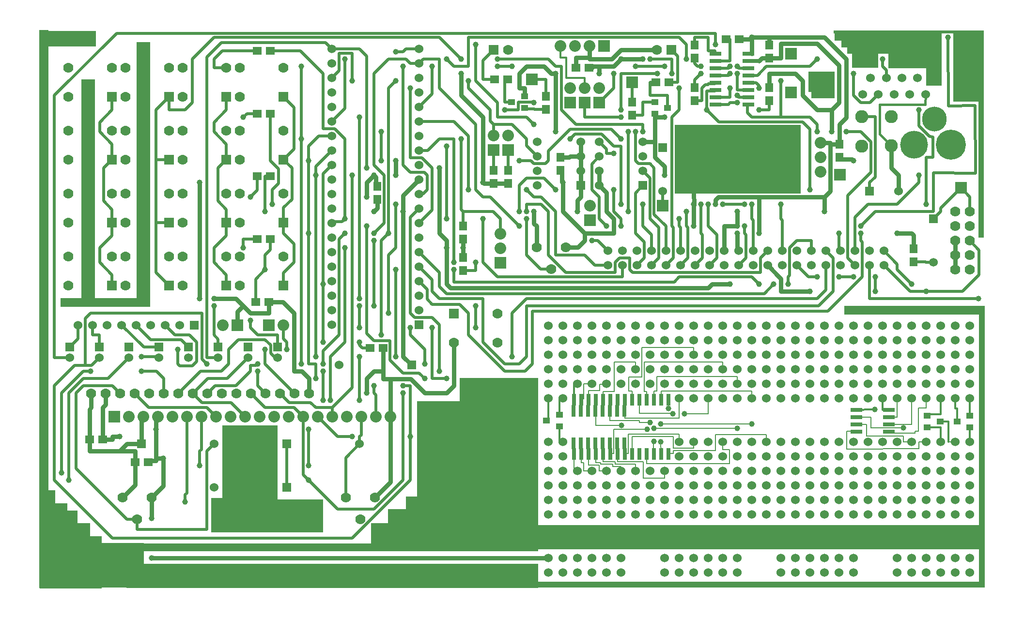
<source format=gbr>
G04 GERBER ASCII OUTPUT FROM: EDWIN 2000 (VER. 1.1 REV. 20011025)*
G04 GERBER FORMAT: RX-274-X*
G04 BOARD: SP_PROTON_SMD2*
G04 ARTWORK OF COMP.LAYER POSITIVE*
%ASAXBY*%
%FSLAX23Y23*%
%MIA0B0*%
%MOIN*%
%OFA0.0000B0.0000*%
%SFA1B1*%
%IJA0B0*%
%INLAYER2POS*%
%IOA0B0*%
%IPPOS*%
%IR0*%
G04 APERTURE MACROS*
%AMEDWDONUT*
1,1,$1,$2,$3*
1,0,$4,$2,$3*
%
%AMEDWFRECT*
2,1,$1,$2,$3,$4,$5,$6*
%
%AMEDWORECT*
2,1,$1,$2,$3,$4,$5,$10*
2,1,$1,$4,$5,$6,$7,$10*
2,1,$1,$6,$7,$8,$9,$10*
2,1,$1,$8,$9,$2,$3,$10*
1,1,$1,$2,$3*
1,1,$1,$4,$5*
1,1,$1,$6,$7*
1,1,$1,$8,$9*
%
%AMEDWLINER*
2,1,$1,$2,$3,$4,$5,$6*
1,1,$1,$2,$3*
1,1,$1,$4,$5*
%
%AMEDWFTRNG*
4,1,3,$1,$2,$3,$4,$5,$6,$7,$8,$9*
%
%AMEDWATRNG*
4,1,3,$1,$2,$3,$4,$5,$6,$7,$8,$9*
2,1,$11,$1,$2,$3,$4,$10*
2,1,$11,$3,$4,$5,$6,$10*
2,1,$11,$5,$6,$7,$8,$10*
1,1,$11,$3,$4*
1,1,$11,$5,$6*
1,1,$11,$7,$8*
%
%AMEDWOTRNG*
2,1,$1,$2,$3,$4,$5,$8*
2,1,$1,$4,$5,$6,$7,$8*
2,1,$1,$6,$7,$2,$3,$8*
1,1,$1,$2,$3*
1,1,$1,$4,$5*
1,1,$1,$6,$7*
%
G04*
G04 APERTURE LIST*
%ADD10R,0.0700X0.0700*%
%ADD11R,0.0940X0.0940*%
%ADD12R,0.0600X0.0600*%
%ADD13R,0.0840X0.0840*%
%ADD14R,0.0800X0.0800*%
%ADD15R,0.1040X0.1040*%
%ADD16R,0.0900X0.0900*%
%ADD17R,0.1140X0.1140*%
%ADD18R,0.0700X0.0650*%
%ADD19R,0.0940X0.0890*%
%ADD20R,0.0600X0.0550*%
%ADD21R,0.0840X0.0790*%
%ADD22R,0.0900X0.0350*%
%ADD23R,0.1140X0.0590*%
%ADD24R,0.0800X0.0250*%
%ADD25R,0.1040X0.0490*%
%ADD26R,0.0650X0.0700*%
%ADD27R,0.0890X0.0940*%
%ADD28R,0.0550X0.0600*%
%ADD29R,0.0790X0.0840*%
%ADD30R,0.0580X0.0500*%
%ADD31R,0.0820X0.0740*%
%ADD32R,0.0480X0.0400*%
%ADD33R,0.0720X0.0640*%
%ADD34R,0.0350X0.0900*%
%ADD35R,0.0590X0.1140*%
%ADD36R,0.0250X0.0800*%
%ADD37R,0.0490X0.1040*%
%ADD38C,0.0010*%
%ADD40C,0.0020*%
%ADD41R,0.0020X0.0020*%
%ADD42C,0.0030*%
%ADD43R,0.0030X0.0030*%
%ADD44C,0.0040*%
%ADD45R,0.0040X0.0040*%
%ADD46C,0.0050*%
%ADD47R,0.0050X0.0050*%
%ADD48C,0.0051*%
%ADD49R,0.0051X0.0051*%
%ADD50C,0.00787*%
%ADD51R,0.00787X0.00787*%
%ADD52C,0.00799*%
%ADD54C,0.0080*%
%ADD55R,0.0080X0.0080*%
%ADD56C,0.00984*%
%ADD57R,0.00984X0.00984*%
%ADD58C,0.0100*%
%ADD59R,0.0100X0.0100*%
%ADD60C,0.0120*%
%ADD62C,0.01299*%
%ADD64C,0.0130*%
%ADD66C,0.0150*%
%ADD68C,0.01598*%
%ADD70C,0.0160*%
%ADD72C,0.01969*%
%ADD73R,0.01969X0.01969*%
%ADD74C,0.0200*%
%ADD76C,0.0250*%
%ADD77R,0.0250X0.0250*%
%ADD78C,0.0280*%
%ADD79R,0.0280X0.0280*%
%ADD80C,0.0290*%
%ADD82C,0.0300*%
%ADD84C,0.03187*%
%ADD86C,0.03199*%
%ADD88C,0.0320*%
%ADD89R,0.0320X0.0320*%
%ADD90C,0.0340*%
%ADD91R,0.0340X0.0340*%
%ADD92C,0.0350*%
%ADD93R,0.0350X0.0350*%
%ADD94C,0.03543*%
%ADD95R,0.03543X0.03543*%
%ADD96C,0.0360*%
%ADD98C,0.03699*%
%ADD100C,0.0370*%
%ADD102C,0.03898*%
%ADD103R,0.03898X0.03898*%
%ADD104C,0.03937*%
%ADD105R,0.03937X0.03937*%
%ADD106C,0.03998*%
%ADD108C,0.0400*%
%ADD110C,0.04252*%
%ADD111R,0.04252X0.04252*%
%ADD112C,0.0440*%
%ADD114C,0.0490*%
%ADD115R,0.0490X0.0490*%
%ADD116C,0.0500*%
%ADD117R,0.0500X0.0500*%
%ADD118C,0.0502*%
%ADD119R,0.0502X0.0502*%
%ADD120C,0.0540*%
%ADD122C,0.0560*%
%ADD123R,0.0560X0.0560*%
%ADD124C,0.0590*%
%ADD125R,0.0590X0.0590*%
%ADD126C,0.05906*%
%ADD127R,0.05906X0.05906*%
%ADD128C,0.05943*%
%ADD129R,0.05943X0.05943*%
%ADD130C,0.0600*%
%ADD131R,0.0600X0.0600*%
%ADD132C,0.0620*%
%ADD133R,0.0620X0.0620*%
%ADD134C,0.06298*%
%ADD135R,0.06298X0.06298*%
%ADD136C,0.06378*%
%ADD137R,0.06378X0.06378*%
%ADD138C,0.06652*%
%ADD139R,0.06652X0.06652*%
%ADD140C,0.06906*%
%ADD141R,0.06906X0.06906*%
%ADD142C,0.0700*%
%ADD143R,0.0700X0.0700*%
%ADD144C,0.0720*%
%ADD145R,0.0720X0.0720*%
%ADD146C,0.0740*%
%ADD148C,0.0742*%
%ADD149R,0.0742X0.0742*%
%ADD150C,0.07559*%
%ADD151R,0.07559X0.07559*%
%ADD152C,0.0760*%
%ADD154C,0.07874*%
%ADD155R,0.07874X0.07874*%
%ADD156C,0.0800*%
%ADD157R,0.0800X0.0800*%
%ADD158C,0.0840*%
%ADD159R,0.0840X0.0840*%
%ADD160C,0.0860*%
%ADD161R,0.0860X0.0860*%
%ADD162C,0.08778*%
%ADD163R,0.08778X0.08778*%
%ADD164C,0.0880*%
%ADD166C,0.08903*%
%ADD167R,0.08903X0.08903*%
%ADD168C,0.08969*%
%ADD169R,0.08969X0.08969*%
%ADD170C,0.0900*%
%ADD171R,0.0900X0.0900*%
%ADD172C,0.09213*%
%ADD173R,0.09213X0.09213*%
%ADD174C,0.0940*%
%ADD175R,0.0940X0.0940*%
%ADD176C,0.09496*%
%ADD177R,0.09496X0.09496*%
%ADD178C,0.0960*%
%ADD179R,0.0960X0.0960*%
%ADD180C,0.09788*%
%ADD181R,0.09788X0.09788*%
%ADD182C,0.09959*%
%ADD183R,0.09959X0.09959*%
%ADD184C,0.1000*%
%ADD186C,0.1040*%
%ADD187R,0.1040X0.1040*%
%ADD188C,0.1060*%
%ADD190C,0.10866*%
%ADD191R,0.10866X0.10866*%
%ADD192C,0.1100*%
%ADD194C,0.1120*%
%ADD196C,0.11303*%
%ADD197R,0.11303X0.11303*%
%ADD198C,0.11369*%
%ADD199R,0.11369X0.11369*%
%ADD200C,0.1140*%
%ADD201R,0.1140X0.1140*%
%ADD202C,0.11613*%
%ADD203R,0.11613X0.11613*%
%ADD204C,0.11896*%
%ADD205R,0.11896X0.11896*%
%ADD206C,0.1200*%
%ADD208C,0.12188*%
%ADD209R,0.12188X0.12188*%
%ADD210C,0.1240*%
%ADD212C,0.12464*%
%ADD213R,0.12464X0.12464*%
%ADD214C,0.1300*%
%ADD216C,0.13266*%
%ADD217R,0.13266X0.13266*%
%ADD218C,0.13465*%
%ADD219R,0.13465X0.13465*%
%ADD220C,0.13553*%
%ADD221R,0.13553X0.13553*%
%ADD222C,0.1378*%
%ADD224C,0.1400*%
%ADD226C,0.1440*%
%ADD228C,0.14864*%
%ADD229R,0.14864X0.14864*%
%ADD230C,0.15059*%
%ADD231R,0.15059X0.15059*%
%ADD232C,0.1540*%
%ADD234C,0.15865*%
%ADD235R,0.15865X0.15865*%
%ADD236C,0.15953*%
%ADD237R,0.15953X0.15953*%
%ADD238C,0.1600*%
%ADD240C,0.16063*%
%ADD241R,0.16063X0.16063*%
%ADD242C,0.1640*%
%ADD244C,0.16535*%
%ADD245R,0.16535X0.16535*%
%ADD246C,0.16669*%
%ADD248C,0.16723*%
%ADD250C,0.1700*%
%ADD252C,0.17061*%
%ADD253R,0.17061X0.17061*%
%ADD254C,0.17459*%
%ADD255R,0.17459X0.17459*%
%ADD256C,0.17717*%
%ADD257R,0.17717X0.17717*%
%ADD258C,0.17953*%
%ADD259R,0.17953X0.17953*%
%ADD260C,0.18189*%
%ADD261R,0.18189X0.18189*%
%ADD262C,0.18244*%
%ADD263R,0.18244X0.18244*%
%ADD264C,0.18298*%
%ADD265R,0.18298X0.18298*%
%ADD266C,0.18463*%
%ADD267R,0.18463X0.18463*%
%ADD268C,0.18657*%
%ADD269R,0.18657X0.18657*%
%ADD270C,0.18878*%
%ADD271R,0.18878X0.18878*%
%ADD272C,0.18935*%
%ADD273R,0.18935X0.18935*%
%ADD274C,0.19069*%
%ADD275R,0.19069X0.19069*%
%ADD276C,0.19123*%
%ADD277R,0.19123X0.19123*%
%ADD278C,0.19134*%
%ADD279R,0.19134X0.19134*%
%ADD280C,0.19461*%
%ADD281R,0.19461X0.19461*%
%ADD282C,0.20353*%
%ADD283R,0.20353X0.20353*%
%ADD284C,0.20589*%
%ADD285R,0.20589X0.20589*%
%ADD286C,0.20644*%
%ADD287R,0.20644X0.20644*%
%ADD288C,0.20698*%
%ADD289R,0.20698X0.20698*%
%ADD290C,0.20709*%
%ADD291R,0.20709X0.20709*%
%ADD292C,0.20787*%
%ADD293R,0.20787X0.20787*%
%ADD294C,0.21057*%
%ADD295R,0.21057X0.21057*%
%ADD296C,0.21278*%
%ADD297R,0.21278X0.21278*%
%ADD298C,0.21534*%
%ADD299R,0.21534X0.21534*%
%ADD300C,0.23109*%
%ADD301R,0.23109X0.23109*%
%ADD303R,0.23187X0.23187*%
%ADD305R,0.24094X0.24094*%
%ADD307R,0.25984X0.25984*%
%ADD309R,0.26494X0.26494*%
%ADD311R,0.28384X0.28384*%
%ADD313R,0.3000X0.3000*%
%ADD315R,0.3060X0.3060*%
%ADD317R,0.31654X0.31654*%
%ADD319R,0.32181X0.32181*%
%ADD321R,0.3240X0.3240*%
%ADD323R,0.3300X0.3300*%
%ADD325R,0.34054X0.34054*%
%ADD327R,0.34423X0.34423*%
%ADD329R,0.34581X0.34581*%
%ADD331R,0.36823X0.36823*%
%ADD333R,0.3685X0.3685*%
%ADD335R,0.38248X0.38248*%
%ADD337R,0.39171X0.39171*%
%ADD339R,0.3925X0.3925*%
%ADD341R,0.40648X0.40648*%
%ADD343R,0.41571X0.41571*%
%ADD345R,0.48074X0.48074*%
%ADD347R,0.50474X0.50474*%
%ADD349R,0.53386X0.53386*%
%ADD351R,0.53858X0.53858*%
%ADD353R,0.55786X0.55786*%
%ADD355R,0.56258X0.56258*%
%ADD357R,0.59944X0.59944*%
%ADD359R,0.61724X0.61724*%
%ADD361R,0.62318X0.62318*%
%ADD363R,0.62344X0.62344*%
%ADD365R,0.64124X0.64124*%
%ADD367R,0.64718X0.64718*%
%ADD369R,0.65197X0.65197*%
%ADD371R,0.67597X0.67597*%
%ADD373R,0.68976X0.68976*%
%ADD375R,0.71376X0.71376*%
%ADD377R,0.73937X0.73937*%
%ADD379R,0.76337X0.76337*%
%ADD381R,0.83268X0.83268*%
%ADD383R,0.85287X0.85287*%
%ADD385R,0.85668X0.85668*%
%ADD387R,0.87687X0.87687*%
%ADD389R,0.94961X0.94961*%
%ADD391R,0.96378X0.96378*%
%ADD393R,0.97361X0.97361*%
%ADD395R,0.98778X0.98778*%
%ADD397R,1.03465X1.03465*%
%ADD399R,1.05865X1.05865*%
%ADD401R,1.29384X1.29384*%
%ADD403R,1.31784X1.31784*%
%ADD405R,1.89657X1.89657*%
%ADD407R,1.89744X1.89744*%
%ADD409R,1.92057X1.92057*%
%ADD411R,1.92144X1.92144*%
%ADD413R,2.13068X2.13068*%
%ADD415R,2.15468X2.15468*%
%ADD417R,2.83228X2.83228*%
%ADD419R,2.85628X2.85628*%
%ADD421R,3.07205X3.07205*%
%ADD423R,3.09605X3.09605*%
%ADD425R,3.12726X3.12726*%
%ADD427R,3.15126X3.15126*%
%ADD429R,3.8501X3.8501*%
%ADD431R,3.8741X3.8741*%
G04*
D142*
X354Y1339D02*D03*
X454Y1339D02*D03*
X554Y1339D02*D03*
X654Y1339D02*D03*
X754Y1339D02*D03*
X854Y1339D02*D03*
X954Y1339D02*D03*
X1054Y1339D02*D03*
X1154Y1339D02*D03*
X1254Y1339D02*D03*
X1354Y1339D02*D03*
X1454Y1339D02*D03*
X1554Y1339D02*D03*
X1654Y1339D02*D03*
X1754Y1339D02*D03*
X1854Y1339D02*D03*
D12* 
X2610Y1813D02*D03*
D130*
X2610Y1913D02*D03*
X2610Y2013D02*D03*
X2610Y2113D02*D03*
X2610Y2213D02*D03*
X2610Y2313D02*D03*
X2610Y2413D02*D03*
X2610Y2513D02*D03*
X2610Y2613D02*D03*
X2610Y2713D02*D03*
X2610Y2813D02*D03*
X2610Y2913D02*D03*
X2610Y3013D02*D03*
X2610Y3113D02*D03*
X2610Y3213D02*D03*
X2610Y3313D02*D03*
X2610Y3413D02*D03*
X2610Y3513D02*D03*
X2610Y3613D02*D03*
X2610Y3713D02*D03*
X2010Y3713D02*D03*
X2010Y3613D02*D03*
X2010Y3513D02*D03*
X2010Y3413D02*D03*
X2010Y3313D02*D03*
X2010Y3213D02*D03*
X2010Y3113D02*D03*
X2010Y3013D02*D03*
X2010Y2913D02*D03*
X2010Y2813D02*D03*
X2010Y2713D02*D03*
X2010Y2613D02*D03*
X2010Y2513D02*D03*
X2010Y2413D02*D03*
X2010Y2313D02*D03*
X2010Y2213D02*D03*
X2010Y2113D02*D03*
X2010Y2013D02*D03*
X2010Y1913D02*D03*
X2010Y1813D02*D03*
D10* 
X497Y3383D02*D03*
D142*
X497Y3583D02*D03*
X197Y3583D02*D03*
X197Y3383D02*D03*
D10* 
X891Y3383D02*D03*
D142*
X891Y3583D02*D03*
X591Y3583D02*D03*
X591Y3383D02*D03*
D10* 
X1284Y3383D02*D03*
D142*
X1284Y3583D02*D03*
X984Y3583D02*D03*
X984Y3383D02*D03*
D10* 
X1678Y3383D02*D03*
D142*
X1678Y3583D02*D03*
X1378Y3583D02*D03*
X1378Y3383D02*D03*
D10* 
X497Y2950D02*D03*
D142*
X497Y3150D02*D03*
X197Y3150D02*D03*
X197Y2950D02*D03*
D10* 
X891Y2950D02*D03*
D142*
X891Y3150D02*D03*
X591Y3150D02*D03*
X591Y2950D02*D03*
D10* 
X1284Y2950D02*D03*
D142*
X1284Y3150D02*D03*
X984Y3150D02*D03*
X984Y2950D02*D03*
D10* 
X1678Y2950D02*D03*
D142*
X1678Y3150D02*D03*
X1378Y3150D02*D03*
X1378Y2950D02*D03*
D10* 
X497Y2517D02*D03*
D142*
X497Y2717D02*D03*
X197Y2717D02*D03*
X197Y2517D02*D03*
D10* 
X891Y2517D02*D03*
D142*
X891Y2717D02*D03*
X591Y2717D02*D03*
X591Y2517D02*D03*
D10* 
X1284Y2517D02*D03*
D142*
X1284Y2717D02*D03*
X984Y2717D02*D03*
X984Y2517D02*D03*
D14* 
X3883Y3732D02*D03*
D156*
X3783Y3732D02*D03*
X3683Y3732D02*D03*
X3583Y3732D02*D03*
D130*
X3501Y505D02*D03*
X3501Y605D02*D03*
X3501Y705D02*D03*
X3501Y805D02*D03*
X3501Y905D02*D03*
X3501Y1005D02*D03*
X3601Y1005D02*D03*
X4401Y1005D02*D03*
X4501Y1005D02*D03*
X4601Y1005D02*D03*
X4701Y1005D02*D03*
X4801Y1005D02*D03*
X4901Y1005D02*D03*
X5001Y1005D02*D03*
X5101Y1005D02*D03*
X5201Y1005D02*D03*
X5301Y1005D02*D03*
X5401Y1005D02*D03*
X5501Y1005D02*D03*
X5601Y1005D02*D03*
X5701Y1005D02*D03*
X5801Y1005D02*D03*
X5901Y1005D02*D03*
X6001Y1005D02*D03*
X6101Y1005D02*D03*
X6201Y1005D02*D03*
X6301Y1005D02*D03*
X6401Y1005D02*D03*
X6401Y905D02*D03*
X6401Y805D02*D03*
X6401Y705D02*D03*
X6401Y605D02*D03*
X6401Y505D02*D03*
X6301Y505D02*D03*
X6301Y605D02*D03*
X6301Y705D02*D03*
X6301Y805D02*D03*
X6301Y905D02*D03*
X6201Y905D02*D03*
X6201Y805D02*D03*
X6201Y705D02*D03*
X6201Y605D02*D03*
X6201Y505D02*D03*
X6101Y505D02*D03*
X6101Y605D02*D03*
X6101Y705D02*D03*
X6101Y805D02*D03*
X6101Y905D02*D03*
X6001Y905D02*D03*
X6001Y805D02*D03*
X6001Y705D02*D03*
X6001Y605D02*D03*
X6001Y505D02*D03*
X5901Y505D02*D03*
X5901Y605D02*D03*
X5901Y705D02*D03*
X5901Y805D02*D03*
X5901Y905D02*D03*
X5801Y905D02*D03*
X5801Y805D02*D03*
X5801Y705D02*D03*
X5801Y605D02*D03*
X5801Y505D02*D03*
X5701Y505D02*D03*
X5701Y605D02*D03*
X5701Y705D02*D03*
X5701Y805D02*D03*
X5701Y905D02*D03*
X5601Y905D02*D03*
X5501Y905D02*D03*
X5401Y905D02*D03*
X5301Y905D02*D03*
X5201Y905D02*D03*
X5101Y905D02*D03*
X5101Y805D02*D03*
X5201Y805D02*D03*
X5301Y805D02*D03*
X5401Y805D02*D03*
X5501Y805D02*D03*
X5601Y805D02*D03*
X5601Y705D02*D03*
X5501Y705D02*D03*
X5401Y705D02*D03*
X5301Y705D02*D03*
X5201Y705D02*D03*
X5101Y705D02*D03*
X5101Y605D02*D03*
X5201Y605D02*D03*
X5301Y605D02*D03*
X5401Y605D02*D03*
X5501Y605D02*D03*
X5601Y605D02*D03*
X5601Y505D02*D03*
X5501Y505D02*D03*
X5401Y505D02*D03*
X5301Y505D02*D03*
X5201Y505D02*D03*
X5101Y505D02*D03*
X5001Y505D02*D03*
X5001Y605D02*D03*
X5001Y705D02*D03*
X5001Y805D02*D03*
X5001Y905D02*D03*
X4901Y905D02*D03*
X4901Y805D02*D03*
X4901Y705D02*D03*
X4901Y605D02*D03*
X4901Y505D02*D03*
X4801Y505D02*D03*
X4801Y605D02*D03*
X4801Y705D02*D03*
X4801Y805D02*D03*
X4801Y905D02*D03*
X4701Y905D02*D03*
X4701Y805D02*D03*
X4701Y705D02*D03*
X4701Y605D02*D03*
X4701Y505D02*D03*
X4601Y505D02*D03*
X4501Y505D02*D03*
X4501Y605D02*D03*
X4501Y705D02*D03*
X4601Y705D02*D03*
X4601Y605D02*D03*
X4501Y805D02*D03*
X4501Y905D02*D03*
X4601Y905D02*D03*
X4601Y805D02*D03*
X4401Y905D02*D03*
X4401Y805D02*D03*
X4401Y705D02*D03*
X4401Y605D02*D03*
X4401Y505D02*D03*
X4301Y505D02*D03*
X4301Y605D02*D03*
X4301Y705D02*D03*
X4301Y805D02*D03*
X4201Y805D02*D03*
X4201Y705D02*D03*
X4201Y605D02*D03*
X4201Y505D02*D03*
X4101Y505D02*D03*
X4101Y605D02*D03*
X4101Y705D02*D03*
X4101Y805D02*D03*
X4001Y805D02*D03*
X4001Y705D02*D03*
X4001Y605D02*D03*
X4001Y505D02*D03*
X3901Y805D02*D03*
X3901Y705D02*D03*
X3901Y605D02*D03*
X3901Y505D02*D03*
X3801Y505D02*D03*
X3801Y605D02*D03*
X3801Y705D02*D03*
X3801Y805D02*D03*
X3701Y805D02*D03*
X3701Y705D02*D03*
X3701Y605D02*D03*
X3701Y505D02*D03*
X3601Y905D02*D03*
X3601Y805D02*D03*
X3601Y705D02*D03*
X3601Y605D02*D03*
X3601Y505D02*D03*
X3501Y205D02*D03*
X3601Y205D02*D03*
X3701Y205D02*D03*
X3801Y205D02*D03*
X3901Y205D02*D03*
X4001Y205D02*D03*
X4301Y205D02*D03*
X4401Y205D02*D03*
X4501Y205D02*D03*
X4601Y205D02*D03*
X4701Y205D02*D03*
X4801Y205D02*D03*
X5101Y205D02*D03*
X5201Y205D02*D03*
X5301Y205D02*D03*
X5401Y205D02*D03*
X5501Y205D02*D03*
X5601Y205D02*D03*
X5901Y205D02*D03*
X6001Y205D02*D03*
X6101Y205D02*D03*
X6201Y205D02*D03*
X6301Y205D02*D03*
X6401Y205D02*D03*
X6401Y105D02*D03*
X6301Y105D02*D03*
X6201Y105D02*D03*
X6101Y105D02*D03*
X6001Y105D02*D03*
X5901Y105D02*D03*
X5501Y105D02*D03*
X5401Y105D02*D03*
X5301Y105D02*D03*
X5201Y105D02*D03*
X5101Y105D02*D03*
X5601Y105D02*D03*
X4801Y105D02*D03*
X4701Y105D02*D03*
X4601Y105D02*D03*
X4501Y105D02*D03*
X4401Y105D02*D03*
X4301Y105D02*D03*
X4001Y105D02*D03*
X3901Y105D02*D03*
X3801Y105D02*D03*
X3701Y105D02*D03*
X3601Y105D02*D03*
X3501Y105D02*D03*
X3501Y1305D02*D03*
X3601Y1305D02*D03*
X4401Y1305D02*D03*
X4501Y1305D02*D03*
X4601Y1305D02*D03*
X4701Y1305D02*D03*
X4801Y1305D02*D03*
X4901Y1305D02*D03*
X5001Y1305D02*D03*
X5101Y1305D02*D03*
X5201Y1305D02*D03*
X5301Y1305D02*D03*
X5401Y1305D02*D03*
X5501Y1305D02*D03*
X5601Y1305D02*D03*
X5701Y1305D02*D03*
X5801Y1305D02*D03*
X5901Y1305D02*D03*
X6001Y1305D02*D03*
X6101Y1305D02*D03*
X6201Y1305D02*D03*
X6301Y1305D02*D03*
X6401Y1305D02*D03*
X6401Y1405D02*D03*
X6401Y1505D02*D03*
X6401Y1605D02*D03*
X6401Y1705D02*D03*
X6401Y1805D02*D03*
X6301Y1805D02*D03*
X6201Y1805D02*D03*
X6201Y1705D02*D03*
X6301Y1705D02*D03*
X6301Y1605D02*D03*
X6201Y1605D02*D03*
X6201Y1505D02*D03*
X6301Y1505D02*D03*
X6301Y1405D02*D03*
X6201Y1405D02*D03*
X6101Y1405D02*D03*
X6101Y1505D02*D03*
X6101Y1605D02*D03*
X6101Y1705D02*D03*
X6101Y1805D02*D03*
X6001Y1805D02*D03*
X6001Y1705D02*D03*
X6001Y1605D02*D03*
X6001Y1505D02*D03*
X6001Y1405D02*D03*
X5901Y1405D02*D03*
X5901Y1505D02*D03*
X5901Y1605D02*D03*
X5901Y1705D02*D03*
X5901Y1805D02*D03*
X5801Y1805D02*D03*
X5801Y1705D02*D03*
X5801Y1605D02*D03*
X5801Y1505D02*D03*
X5801Y1405D02*D03*
X5701Y1405D02*D03*
X5701Y1505D02*D03*
X5701Y1605D02*D03*
X5701Y1705D02*D03*
X5701Y1805D02*D03*
X5601Y1805D02*D03*
X5601Y1705D02*D03*
X5601Y1605D02*D03*
X5601Y1505D02*D03*
X5601Y1405D02*D03*
X5501Y1405D02*D03*
X5501Y1505D02*D03*
X5501Y1605D02*D03*
X5501Y1705D02*D03*
X5501Y1805D02*D03*
X5401Y1805D02*D03*
X5401Y1705D02*D03*
X5401Y1605D02*D03*
X5401Y1505D02*D03*
X5401Y1405D02*D03*
X5301Y1405D02*D03*
X5301Y1505D02*D03*
X5301Y1605D02*D03*
X5301Y1705D02*D03*
X5301Y1805D02*D03*
X5201Y1805D02*D03*
X5201Y1705D02*D03*
X5201Y1605D02*D03*
X5201Y1505D02*D03*
X5201Y1405D02*D03*
X5101Y1405D02*D03*
X5101Y1505D02*D03*
X5101Y1605D02*D03*
X5101Y1705D02*D03*
X5101Y1805D02*D03*
X5001Y1805D02*D03*
X5001Y1705D02*D03*
X5001Y1605D02*D03*
X5001Y1505D02*D03*
X5001Y1405D02*D03*
X4901Y1405D02*D03*
X4901Y1505D02*D03*
X4901Y1605D02*D03*
X4901Y1705D02*D03*
X4901Y1805D02*D03*
X4801Y1705D02*D03*
X4801Y1605D02*D03*
X4801Y1505D02*D03*
X4801Y1405D02*D03*
X4701Y1405D02*D03*
X4701Y1505D02*D03*
X4701Y1605D02*D03*
X4701Y1705D02*D03*
X4701Y1805D02*D03*
X4601Y1805D02*D03*
X4601Y1705D02*D03*
X4601Y1605D02*D03*
X4601Y1505D02*D03*
X4601Y1405D02*D03*
X4801Y1805D02*D03*
X4501Y1805D02*D03*
X4501Y1705D02*D03*
X4501Y1605D02*D03*
X4501Y1505D02*D03*
X4501Y1405D02*D03*
X4401Y1405D02*D03*
X4401Y1505D02*D03*
X4401Y1605D02*D03*
X4401Y1705D02*D03*
X4401Y1805D02*D03*
X4301Y1805D02*D03*
X4301Y1705D02*D03*
X4301Y1605D02*D03*
X4301Y1505D02*D03*
X4301Y1405D02*D03*
X4201Y1405D02*D03*
X4201Y1505D02*D03*
X4201Y1605D02*D03*
X4201Y1705D02*D03*
X4201Y1805D02*D03*
X4101Y1405D02*D03*
X4001Y1405D02*D03*
X3901Y1405D02*D03*
X3801Y1405D02*D03*
X3701Y1405D02*D03*
X3701Y1505D02*D03*
X3801Y1505D02*D03*
X3901Y1505D02*D03*
X4001Y1505D02*D03*
X4101Y1505D02*D03*
X4101Y1605D02*D03*
X4001Y1605D02*D03*
X3901Y1605D02*D03*
X3801Y1605D02*D03*
X3701Y1605D02*D03*
X3701Y1705D02*D03*
X3801Y1705D02*D03*
X3901Y1705D02*D03*
X4001Y1705D02*D03*
X4101Y1705D02*D03*
X4101Y1805D02*D03*
X4001Y1805D02*D03*
X3901Y1805D02*D03*
X3801Y1805D02*D03*
X3701Y1805D02*D03*
X3601Y1405D02*D03*
X3601Y1505D02*D03*
X3601Y1605D02*D03*
X3601Y1705D02*D03*
X3601Y1805D02*D03*
X3501Y1805D02*D03*
X3501Y1705D02*D03*
X3501Y1605D02*D03*
X3501Y1505D02*D03*
X3501Y1405D02*D03*
D20* 
X1575Y1969D02*D03*
X1485Y1969D02*D03*
X1496Y3701D02*D03*
X1586Y3701D02*D03*
X1496Y3268D02*D03*
X1586Y3268D02*D03*
X1496Y2835D02*D03*
X1586Y2835D02*D03*
X1496Y2402D02*D03*
X1586Y2402D02*D03*
D10* 
X1678Y2517D02*D03*
D142*
X1678Y2717D02*D03*
X1378Y2717D02*D03*
X1378Y2517D02*D03*
D10* 
X497Y2083D02*D03*
D142*
X497Y2283D02*D03*
X197Y2283D02*D03*
X197Y2083D02*D03*
D10* 
X891Y2083D02*D03*
D142*
X891Y2283D02*D03*
X591Y2283D02*D03*
X591Y2083D02*D03*
D10* 
X1284Y2083D02*D03*
D142*
X1284Y2283D02*D03*
X984Y2283D02*D03*
X984Y2083D02*D03*
D10* 
X1678Y2083D02*D03*
D142*
X1678Y2283D02*D03*
X1378Y2283D02*D03*
X1378Y2083D02*D03*
X6300Y2593D02*D03*
X6400Y2593D02*D03*
X6300Y2493D02*D03*
X6400Y2493D02*D03*
X6300Y2393D02*D03*
X6400Y2393D02*D03*
X6300Y2293D02*D03*
X6400Y2293D02*D03*
X6300Y2193D02*D03*
X6400Y2193D02*D03*
D12* 
X700Y993D02*D03*
D130*
X1200Y993D02*D03*
D12* 
X1638Y1659D02*D03*
D130*
X1638Y1585D02*D03*
D12* 
X1433Y1659D02*D03*
D130*
X1433Y1585D02*D03*
D12* 
X1228Y1659D02*D03*
D130*
X1228Y1585D02*D03*
D14* 
X1360Y1811D02*D03*
D156*
X1260Y1811D02*D03*
D24* 
X4651Y3681D02*D03*
X4651Y3631D02*D03*
X4651Y3581D02*D03*
X4651Y3531D02*D03*
X4651Y3481D02*D03*
X4651Y3431D02*D03*
X4651Y3381D02*D03*
X4651Y3331D02*D03*
X4876Y3331D02*D03*
X4876Y3381D02*D03*
X4876Y3431D02*D03*
X4876Y3481D02*D03*
X4876Y3531D02*D03*
X4876Y3581D02*D03*
X4876Y3631D02*D03*
X4876Y3681D02*D03*
D28* 
X5020Y3740D02*D03*
X5020Y3650D02*D03*
X4508Y3445D02*D03*
X4508Y3355D02*D03*
D20* 
X4814Y3780D02*D03*
X4724Y3780D02*D03*
D28* 
X5020Y3355D02*D03*
X5020Y3445D02*D03*
X4508Y3740D02*D03*
X4508Y3650D02*D03*
D12* 
X5711Y2734D02*D03*
D130*
X5911Y2734D02*D03*
D12* 
X1024Y1659D02*D03*
D130*
X1024Y1585D02*D03*
D12* 
X819Y1659D02*D03*
D130*
X819Y1585D02*D03*
D12* 
X614Y1659D02*D03*
D130*
X614Y1585D02*D03*
D12* 
X409Y1659D02*D03*
D130*
X409Y1585D02*D03*
D12* 
X205Y1659D02*D03*
D130*
X205Y1585D02*D03*
D12* 
X1063Y1811D02*D03*
D130*
X963Y1811D02*D03*
X863Y1811D02*D03*
X763Y1811D02*D03*
X663Y1811D02*D03*
X563Y1811D02*D03*
X463Y1811D02*D03*
X363Y1811D02*D03*
X263Y1811D02*D03*
D170*
X5655Y3248D02*D03*
X5657Y3042D02*D03*
X5860Y3046D02*D03*
X5860Y3246D02*D03*
D130*
X5663Y3401D02*D03*
X5771Y3401D02*D03*
X5879Y3401D02*D03*
X5987Y3401D02*D03*
X6095Y3401D02*D03*
X5717Y3513D02*D03*
X5825Y3513D02*D03*
X5933Y3513D02*D03*
X6041Y3513D02*D03*
D238*
X5387Y3457D02*D03*
X6371Y3457D02*D03*
D214*
X6016Y3055D02*D03*
X6154Y3232D02*D03*
X6272Y3055D02*D03*
D14* 
X3750Y3343D02*D03*
D156*
X3750Y3443D02*D03*
D12* 
X4151Y2773D02*D03*
D130*
X4151Y2873D02*D03*
X4151Y2973D02*D03*
X4151Y3073D02*D03*
X3851Y3073D02*D03*
X3851Y2973D02*D03*
X3851Y2873D02*D03*
X3851Y2773D02*D03*
D12* 
X3723Y2773D02*D03*
D130*
X3723Y2873D02*D03*
X3723Y2973D02*D03*
X3723Y3073D02*D03*
X3423Y3073D02*D03*
X3423Y2973D02*D03*
X3423Y2873D02*D03*
X3423Y2773D02*D03*
D156*
X5374Y2867D02*D03*
X5374Y2967D02*D03*
X5374Y3067D02*D03*
D12* 
X6150Y2543D02*D03*
D130*
X6150Y2243D02*D03*
D10* 
X2850Y1890D02*D03*
D142*
X2850Y1690D02*D03*
X3150Y1690D02*D03*
X3150Y1890D02*D03*
D12* 
X1700Y993D02*D03*
D130*
X2200Y993D02*D03*
D10* 
X4348Y3707D02*D03*
D142*
X4248Y3707D02*D03*
D10* 
X3124Y3707D02*D03*
D142*
X3224Y3707D02*D03*
D20* 
X4331Y3484D02*D03*
X4241Y3484D02*D03*
D28* 
X4075Y3256D02*D03*
X4075Y3346D02*D03*
D20* 
X3780Y3583D02*D03*
X3690Y3583D02*D03*
D28* 
X3224Y2875D02*D03*
X3224Y2785D02*D03*
X6014Y2248D02*D03*
X6014Y2338D02*D03*
X3122Y2875D02*D03*
X3122Y2785D02*D03*
X5502Y3055D02*D03*
X5502Y2965D02*D03*
X3583Y2875D02*D03*
X3583Y2965D02*D03*
D12* 
X1700Y693D02*D03*
D130*
X1200Y693D02*D03*
D14* 
X3650Y3343D02*D03*
D156*
X3650Y3443D02*D03*
D14* 
X3850Y3343D02*D03*
D156*
X3850Y3443D02*D03*
D142*
X569Y622D02*D03*
X669Y472D02*D03*
X769Y622D02*D03*
X2105Y622D02*D03*
X2205Y472D02*D03*
X2305Y622D02*D03*
D14* 
X1575Y1811D02*D03*
D156*
X1675Y1811D02*D03*
D12* 
X2559Y1535D02*D03*
D130*
X2059Y1535D02*D03*
D14* 
X3224Y3016D02*D03*
D156*
X3224Y3116D02*D03*
D14* 
X3122Y3016D02*D03*
D156*
X3122Y3116D02*D03*
D14* 
X3169Y2241D02*D03*
D156*
X3169Y2341D02*D03*
X3169Y2441D02*D03*
D32* 
X3336Y3306D02*D03*
X3336Y3386D02*D03*
X3248Y3346D02*D03*
X4232Y3348D02*D03*
X4232Y3268D02*D03*
X4320Y3308D02*D03*
D28* 
X3484Y3296D02*D03*
X3484Y3386D02*D03*
X2913Y2492D02*D03*
X2913Y2402D02*D03*
X2913Y2185D02*D03*
X2913Y2275D02*D03*
D20* 
X658Y866D02*D03*
X748Y866D02*D03*
X433Y1024D02*D03*
X343Y1024D02*D03*
X2362Y1654D02*D03*
X2272Y1654D02*D03*
D28* 
X2323Y2767D02*D03*
X2323Y2677D02*D03*
D14* 
X4075Y3484D02*D03*
X3386Y3504D02*D03*
X6339Y2756D02*D03*
X5169Y3681D02*D03*
X5169Y3412D02*D03*
D130*
X5809Y2322D02*D03*
X5709Y2322D02*D03*
X5609Y2322D02*D03*
X5509Y2322D02*D03*
X5409Y2322D02*D03*
X5309Y2322D02*D03*
X5209Y2322D02*D03*
X5109Y2322D02*D03*
X5009Y2322D02*D03*
X4909Y2322D02*D03*
X4809Y2322D02*D03*
X4709Y2322D02*D03*
X4609Y2322D02*D03*
X4509Y2322D02*D03*
X4409Y2322D02*D03*
X4309Y2322D02*D03*
X4209Y2322D02*D03*
X4109Y2322D02*D03*
X4009Y2322D02*D03*
X3909Y2322D02*D03*
X3909Y2222D02*D03*
X4009Y2222D02*D03*
X4109Y2222D02*D03*
X4209Y2222D02*D03*
X4309Y2222D02*D03*
X4409Y2222D02*D03*
X4509Y2222D02*D03*
X4609Y2222D02*D03*
X4709Y2222D02*D03*
X4809Y2222D02*D03*
X4909Y2222D02*D03*
X5009Y2222D02*D03*
X5109Y2222D02*D03*
X5209Y2222D02*D03*
X5309Y2222D02*D03*
X5409Y2222D02*D03*
X5509Y2222D02*D03*
X5609Y2222D02*D03*
X5709Y2222D02*D03*
X5809Y2222D02*D03*
D14* 
X512Y1181D02*D03*
D156*
X612Y1181D02*D03*
X712Y1181D02*D03*
X812Y1181D02*D03*
X912Y1181D02*D03*
X1012Y1181D02*D03*
X1112Y1181D02*D03*
X1212Y1181D02*D03*
X1312Y1181D02*D03*
X1412Y1181D02*D03*
X1512Y1181D02*D03*
X1612Y1181D02*D03*
X1712Y1181D02*D03*
X1812Y1181D02*D03*
X1912Y1181D02*D03*
X2012Y1181D02*D03*
X2112Y1181D02*D03*
X2212Y1181D02*D03*
X2312Y1181D02*D03*
X2412Y1181D02*D03*
D142*
X3419Y2347D02*D03*
X3519Y2197D02*D03*
X3619Y2347D02*D03*
D14* 
X3787Y2532D02*D03*
D156*
X3787Y2632D02*D03*
D20* 
X3130Y3504D02*D03*
X3220Y3504D02*D03*
D36* 
X3675Y922D02*D03*
X3725Y922D02*D03*
X3775Y922D02*D03*
X3825Y922D02*D03*
X3875Y922D02*D03*
X3925Y922D02*D03*
X3975Y922D02*D03*
X4025Y922D02*D03*
X4075Y922D02*D03*
X4125Y922D02*D03*
X4175Y922D02*D03*
X4225Y922D02*D03*
X4275Y922D02*D03*
X4325Y922D02*D03*
X4325Y1297D02*D03*
X4275Y1297D02*D03*
X4225Y1297D02*D03*
X4175Y1297D02*D03*
X4125Y1297D02*D03*
X4075Y1297D02*D03*
X4025Y1297D02*D03*
X3975Y1297D02*D03*
X3925Y1297D02*D03*
X3875Y1297D02*D03*
X3825Y1297D02*D03*
X3775Y1297D02*D03*
X3725Y1297D02*D03*
X3675Y1297D02*D03*
X3674Y996D02*D03*
X3724Y996D02*D03*
X3774Y996D02*D03*
X3824Y996D02*D03*
X3874Y996D02*D03*
X3924Y996D02*D03*
X3974Y996D02*D03*
X4024Y996D02*D03*
X4024Y1221D02*D03*
X3974Y1221D02*D03*
X3924Y1221D02*D03*
X3874Y1221D02*D03*
X3824Y1221D02*D03*
X3774Y1221D02*D03*
X3724Y1221D02*D03*
X3674Y1221D02*D03*
D14* 
X5505Y2845D02*D03*
D32* 
X3576Y1113D02*D03*
X3576Y1193D02*D03*
X3488Y1153D02*D03*
X6401Y1108D02*D03*
X6401Y1188D02*D03*
X6313Y1148D02*D03*
X6107Y1187D02*D03*
X6107Y1107D02*D03*
X6195Y1147D02*D03*
D24* 
X5619Y1228D02*D03*
X5619Y1178D02*D03*
X5619Y1128D02*D03*
X5619Y1078D02*D03*
X5844Y1078D02*D03*
X5844Y1128D02*D03*
X5844Y1178D02*D03*
X5844Y1228D02*D03*
D12* 
X4286Y3034D02*D03*
D130*
X4286Y2734D02*D03*
D14* 
X4286Y2632D02*D03*
D104*
X2450Y2643D02*D03*
X2400Y1893D02*D03*
X6050Y2843D02*D03*
X4250Y3543D02*D03*
X4000Y3293D02*D03*
X3400Y3343D02*D03*
X3200Y3293D02*D03*
X2200Y3243D02*D03*
X2200Y1993D02*D03*
X5450Y3143D02*D03*
X4300Y2843D02*D03*
X4500Y2493D02*D03*
X4500Y2643D02*D03*
X4150Y3643D02*D03*
X4800Y2593D02*D03*
X4000Y3643D02*D03*
X3850Y3543D02*D03*
X4800Y2493D02*D03*
X2800Y2343D02*D03*
X3550Y3143D02*D03*
X3700Y2593D02*D03*
X3400Y2593D02*D03*
X2250Y1343D02*D03*
X1100Y2793D02*D03*
X1100Y1993D02*D03*
X1200Y1993D02*D03*
X2250Y2693D02*D03*
X2450Y2943D02*D03*
X2450Y2843D02*D03*
X2750Y2893D02*D03*
X4750Y2093D02*D03*
X5600Y2943D02*D03*
X4300Y3243D02*D03*
X3550Y3543D02*D03*
X2913Y2343D02*D03*
X2300Y2843D02*D03*
X4950Y2443D02*D03*
X850Y893D02*D03*
X4650Y2643D02*D03*
X2900Y3543D02*D03*
X3600Y2793D02*D03*
X3050Y2793D02*D03*
X5400Y2593D02*D03*
X5900Y2443D02*D03*
X550Y1043D02*D03*
X5300Y2043D02*D03*
X4800Y2443D02*D03*
X4900Y3793D02*D03*
X800Y1093D02*D03*
X2500Y2593D02*D03*
X2300Y2593D02*D03*
X1450Y2693D02*D03*
X1400Y2343D02*D03*
X1550Y2193D02*D03*
X2450Y2193D02*D03*
X2450Y1593D02*D03*
X3250Y1593D02*D03*
X5550Y3143D02*D03*
X4150Y3143D02*D03*
X3150Y3643D02*D03*
X2900Y3643D02*D03*
X1600Y2643D02*D03*
X2300Y2393D02*D03*
X2300Y1943D02*D03*
X5750Y2043D02*D03*
X5750Y2143D02*D03*
X5600Y2143D02*D03*
X5500Y2143D02*D03*
X5350Y2143D02*D03*
X6459Y1993D02*D03*
X2700Y1793D02*D03*
X2800Y1443D02*D03*
X2200Y1793D02*D03*
X2550Y1793D02*D03*
X2650Y1543D02*D03*
X6100Y2043D02*D03*
X2200Y1943D02*D03*
X1400Y3243D02*D03*
X5650Y2443D02*D03*
X5500Y2443D02*D03*
X5050Y2093D02*D03*
X5150Y2093D02*D03*
X3000Y1943D02*D03*
X3000Y1793D02*D03*
X2200Y1593D02*D03*
X2200Y1293D02*D03*
X2000Y1293D02*D03*
X2100Y2343D02*D03*
X2250Y2493D02*D03*
X2650Y1443D02*D03*
X1850Y843D02*D03*
X1850Y1093D02*D03*
X2550Y3443D02*D03*
X6050Y3293D02*D03*
X6100Y2643D02*D03*
X5100Y2643D02*D03*
X2750Y1493D02*D03*
X150Y793D02*D03*
X350Y1493D02*D03*
X700Y1493D02*D03*
X3350Y2593D02*D03*
X2500Y3593D02*D03*
X2800Y3643D02*D03*
X4450Y3643D02*D03*
X4900Y2643D02*D03*
X3000Y2243D02*D03*
X2850Y2243D02*D03*
X4050Y3143D02*D03*
X4000Y3243D02*D03*
X2950Y2743D02*D03*
X4400Y2543D02*D03*
X4050Y2593D02*D03*
X1100Y843D02*D03*
X1000Y593D02*D03*
X4100Y3143D02*D03*
X2700Y3593D02*D03*
X3150Y3593D02*D03*
X3250Y3593D02*D03*
X3950Y3543D02*D03*
X3650Y3093D02*D03*
X4000Y2643D02*D03*
X4150Y2643D02*D03*
X2300Y2443D02*D03*
X2100Y2443D02*D03*
X1950Y1543D02*D03*
X3300Y2493D02*D03*
X2350Y1743D02*D03*
X2400Y2443D02*D03*
X3800Y2393D02*D03*
X2450Y3493D02*D03*
X2450Y3693D02*D03*
X1500Y1543D02*D03*
X2250Y2893D02*D03*
X3350Y2743D02*D03*
X1950Y1493D02*D03*
X1800Y1543D02*D03*
X1800Y3093D02*D03*
X1950Y1293D02*D03*
X2800Y3043D02*D03*
X2800Y2543D02*D03*
X3050Y2543D02*D03*
X1800Y3593D02*D03*
X3900Y2493D02*D03*
X2950Y3493D02*D03*
X3400Y3193D02*D03*
X3000Y3743D02*D03*
X3950Y2993D02*D03*
X4800Y3393D02*D03*
X4400Y3443D02*D03*
X4200Y3643D02*D03*
X4350Y3543D02*D03*
X5100Y3493D02*D03*
X5350Y3143D02*D03*
X4300Y3593D02*D03*
X4100Y3593D02*D03*
X2100Y3643D02*D03*
X4450Y2593D02*D03*
X700Y1593D02*D03*
X4550Y2643D02*D03*
X1900Y1443D02*D03*
X1850Y2443D02*D03*
X1850Y2943D02*D03*
X1850Y743D02*D03*
X200Y743D02*D03*
X2500Y1343D02*D03*
X1900Y1593D02*D03*
X1900Y2843D02*D03*
X2350Y2943D02*D03*
X2350Y3143D02*D03*
X3300Y2943D02*D03*
X4000Y3093D02*D03*
X4600Y2643D02*D03*
X1950Y1693D02*D03*
X2500Y1393D02*D03*
X2150Y1043D02*D03*
X1150Y1543D02*D03*
X2550Y1043D02*D03*
X1950Y2093D02*D03*
X1500Y1493D02*D03*
X2150Y2843D02*D03*
X4650Y3743D02*D03*
X6250Y3793D02*D03*
X5650Y2493D02*D03*
X4850Y2493D02*D03*
X2850Y2193D02*D03*
X4950Y2093D02*D03*
X1550Y2593D02*D03*
X2200Y1693D02*D03*
X6000Y2093D02*D03*
X4800Y3593D02*D03*
X4950Y3443D02*D03*
X2100Y2543D02*D03*
X3300Y2593D02*D03*
X3550Y2743D02*D03*
X3950Y2743D02*D03*
X4000Y2493D02*D03*
X1450Y1843D02*D03*
X950Y1643D02*D03*
X1200Y1943D02*D03*
X1550Y1643D02*D03*
X2300Y1393D02*D03*
X2150Y3493D02*D03*
X3350Y2543D02*D03*
X1700Y1643D02*D03*
X2900Y3093D02*D03*
X4550Y3543D02*D03*
X4750Y3543D02*D03*
X4550Y3593D02*D03*
X4750Y3593D02*D03*
X4750Y3443D02*D03*
X5600Y3543D02*D03*
X4800Y3343D02*D03*
X5350Y3643D02*D03*
X5800Y3643D02*D03*
X4800Y3543D02*D03*
X4700Y2643D02*D03*
X4850Y2643D02*D03*
X5300Y2743D02*D03*
X4590Y3293D02*D03*
X4950Y3293D02*D03*
X4002Y1120D02*D03*
X4201Y1139D02*D03*
X4179Y1092D02*D03*
X5942Y1102D02*D03*
X769Y480D02*D03*
X769Y205D02*D03*
X5746Y1229D02*D03*
X4226Y1009D02*D03*
X4226Y1100D02*D03*
X4801Y1100D02*D03*
X4274Y1008D02*D03*
X4274Y1130D02*D03*
X4901Y1130D02*D03*
X4356Y1201D02*D03*
X4438Y1201D02*D03*
X4325Y1235D02*D03*
G36*
X5236Y3189D02*
X5236Y2717D01*
X4370Y2717D01*
X4370Y3189D01*
X5236Y3189D01*
G37*
D278*
X6016Y3052D02*D03*
D252*
X6155Y3231D02*D03*
D290*
X6271Y3054D02*D03*
G36*
X5289Y3558D02*
X5289Y3417D01*
X5471Y3417D01*
X5471Y3558D01*
X5289Y3558D01*
G37*
G36*
X5310Y3428D02*
X5310Y3374D01*
X5471Y3374D01*
X5471Y3428D01*
X5310Y3428D01*
G37*
G36*
X6288Y3823D02*
X6288Y3350D01*
X6496Y3350D01*
X6496Y3823D01*
X6288Y3823D01*
G37*
G36*
X5469Y3837D02*
X5469Y3769D01*
X6208Y3769D01*
X6208Y3837D01*
X5469Y3837D01*
G37*
G36*
X5464Y3839D02*
X5464Y3820D01*
X6498Y3820D01*
X6498Y3839D01*
X5464Y3839D01*
G37*
G36*
X5518Y3778D02*
X5518Y3724D01*
X6208Y3724D01*
X6208Y3778D01*
X5518Y3778D01*
G37*
G36*
X5556Y3728D02*
X5556Y3679D01*
X6208Y3679D01*
X6208Y3728D01*
X5556Y3728D01*
G37*
G36*
X5589Y3691D02*
X5589Y3584D01*
X5769Y3584D01*
X5769Y3691D01*
X5589Y3691D01*
G37*
G36*
X5839Y3691D02*
X5839Y3580D01*
X6208Y3580D01*
X6208Y3691D01*
X5839Y3691D01*
G37*
G36*
X6099Y3598D02*
X6099Y3461D01*
X6208Y3461D01*
X6208Y3598D01*
X6099Y3598D01*
G37*
G36*
X6461Y3360D02*
X6461Y2413D01*
X6496Y2413D01*
X6496Y3360D01*
X6461Y3360D01*
G37*
G36*
X-2Y3844D02*
X-2Y1D01*
X61Y1D01*
X61Y3844D01*
X-2Y3844D01*
G37*
G36*
X0Y-2D02*
X0Y532D01*
X260Y532D01*
X260Y-2D01*
X0Y-2D01*
G37*
G36*
X210Y447D02*
X210Y-2D01*
X345Y-2D01*
X345Y447D01*
X210Y447D01*
G37*
G36*
X31Y674D02*
X31Y443D01*
X106Y443D01*
X106Y674D01*
X31Y674D01*
G37*
G36*
X97Y584D02*
X97Y504D01*
X189Y504D01*
X189Y584D01*
X97Y584D01*
G37*
G36*
X335Y357D02*
X335Y-2D01*
X428Y-2D01*
X428Y357D01*
X335Y357D01*
G37*
G36*
X402Y310D02*
X402Y3D01*
X718Y3D01*
X718Y310D01*
X402Y310D01*
G37*
G36*
X598Y1D02*
X598Y166D01*
X3430Y166D01*
X3430Y1D01*
X598Y1D01*
G37*
G36*
X6495Y2D02*
X6495Y44D01*
X3363Y44D01*
X3363Y2D01*
X6495Y2D01*
G37*
G36*
X6463Y1937D02*
X6463Y2D01*
X6502Y2D01*
X6502Y1937D01*
X6463Y1937D01*
G37*
G36*
X2597Y1288D02*
X2597Y254D01*
X3430Y254D01*
X3430Y1288D01*
X2597Y1288D01*
G37*
G36*
X2891Y1448D02*
X2891Y1079D01*
X3430Y1079D01*
X3430Y1448D01*
X2891Y1448D01*
G37*
G36*
X3405Y434D02*
X3405Y268D01*
X6477Y268D01*
X6477Y434D01*
X3405Y434D01*
G37*
G36*
X5538Y1944D02*
X5538Y1883D01*
X6502Y1883D01*
X6502Y1944D01*
X5538Y1944D01*
G37*
G36*
X710Y307D02*
X710Y254D01*
X2606Y254D01*
X2606Y307D01*
X710Y307D01*
G37*
G36*
X2654Y629D02*
X2654Y296D01*
X2519Y296D01*
X2519Y629D01*
X2654Y629D01*
G37*
G36*
X2551Y544D02*
X2551Y299D01*
X2398Y299D01*
X2398Y544D01*
X2551Y544D01*
G37*
G36*
X2419Y447D02*
X2419Y304D01*
X2279Y304D01*
X2279Y447D01*
X2419Y447D01*
G37*
G36*
X1256Y1119D02*
X1256Y383D01*
X1638Y383D01*
X1638Y1119D01*
X1256Y1119D01*
G37*
G36*
X1628Y610D02*
X1628Y383D01*
X1949Y383D01*
X1949Y610D01*
X1628Y610D01*
G37*
G36*
X1179Y621D02*
X1179Y383D01*
X1269Y383D01*
X1269Y621D01*
X1179Y621D01*
G37*
G36*
X285Y3504D02*
X285Y1961D01*
X380Y1961D01*
X380Y3504D01*
X285Y3504D01*
G37*
G36*
X665Y3760D02*
X665Y1961D01*
X760Y1961D01*
X760Y3760D01*
X665Y3760D01*
G37*
G36*
X368Y1997D02*
X368Y1949D01*
X760Y1949D01*
X760Y1997D01*
X368Y1997D01*
G37*
G36*
X142Y1997D02*
X142Y1938D01*
X760Y1938D01*
X760Y1997D01*
X142Y1997D01*
G37*
G36*
X42Y3837D02*
X42Y3730D01*
X386Y3730D01*
X386Y3837D01*
X42Y3837D01*
G37*
D74* 
X2400Y1893D02*
X2400Y2293D01*
X2450Y2343D01*
X2450Y2643D01*
X6050Y2843D02*
X6050Y2793D01*
X5900Y2643D01*
X5700Y2643D01*
X5609Y2552D01*
X5609Y2322D01*
X4000Y3293D02*
X4000Y3543D01*
X4250Y3543D01*
X3200Y3293D02*
X3292Y3293D01*
X3292Y3346D01*
X3396Y3346D01*
X3400Y3343D01*
X2200Y1993D02*
X2200Y3243D01*
D82* 
X2412Y1439D02*
X2554Y1439D01*
X2650Y1343D01*
X2800Y1343D01*
X2850Y1392D01*
X2850Y1690D01*
D74* 
X954Y1339D02*
X1108Y1493D01*
X1250Y1493D01*
X1300Y1543D01*
X1300Y1643D01*
X1368Y1711D01*
X1550Y1711D01*
X1589Y1672D01*
X1589Y1615D01*
X1619Y1585D01*
X1638Y1585D01*
X2610Y3613D02*
X2550Y3613D01*
X2520Y3643D01*
X2400Y3643D01*
X2300Y3543D01*
X2300Y2913D01*
X2370Y2843D01*
X2370Y2513D01*
X2300Y2443D01*
X1950Y1543D02*
X1950Y1632D01*
X2060Y1743D01*
X2060Y2403D01*
X2100Y2443D01*
X2610Y3613D02*
X2640Y3643D01*
X2750Y3643D01*
X2750Y3443D01*
X3000Y3193D01*
X3000Y2743D01*
X3050Y2693D01*
X3100Y2693D01*
X3300Y2493D01*
X2400Y2443D02*
X2350Y2393D01*
X2350Y1743D01*
X1054Y1339D02*
X1158Y1443D01*
X1290Y1443D01*
X1433Y1585D01*
X3800Y2393D02*
X3839Y2393D01*
X3909Y2322D01*
X2400Y2443D02*
X2400Y3443D01*
X2450Y3493D01*
X2450Y3693D02*
X2500Y3693D01*
X2520Y3713D01*
X2610Y3713D01*
X1054Y1339D02*
X1115Y1278D01*
X1315Y1278D01*
X1412Y1181D01*
X1154Y1339D02*
X1208Y1393D01*
X1350Y1393D01*
X1450Y1493D01*
X1450Y1534D01*
X1491Y1534D01*
X1500Y1543D01*
D82* 
X4300Y2843D02*
X4300Y2902D01*
X4233Y2968D01*
X4233Y3072D01*
X4232Y3073D01*
X4232Y3243D01*
X4232Y3073D02*
X4151Y3073D01*
X4232Y3243D02*
X4232Y3268D01*
X4000Y3643D02*
X3950Y3593D01*
X3850Y3593D01*
X3810Y3593D01*
X3800Y3583D01*
X3780Y3583D01*
X2362Y1493D02*
X2362Y1439D01*
X2412Y1439D01*
X2412Y1181D01*
X4300Y3243D02*
X4232Y3243D01*
X1854Y1339D02*
X1854Y1443D01*
X1804Y1493D01*
X1750Y1493D01*
X1750Y1893D01*
X1674Y1969D01*
X1575Y1969D01*
X5020Y3650D02*
X5100Y3650D01*
X5100Y3749D01*
X5350Y3749D01*
X5500Y3599D01*
X5500Y3343D01*
X5450Y3293D01*
X5350Y3293D01*
X5250Y3393D01*
X5250Y3493D01*
X5200Y3543D01*
X5020Y3543D01*
X5020Y3445D01*
X3550Y3543D02*
X3520Y3543D01*
X3470Y3593D01*
X3350Y3593D01*
X3300Y3543D01*
X3300Y3443D01*
X3336Y3443D01*
X3336Y3386D01*
D74* 
X2010Y3713D02*
X1968Y3755D01*
X1250Y3755D01*
X1150Y3655D01*
X1150Y1585D01*
X1228Y1585D01*
X2010Y3713D02*
X2200Y3713D01*
X2250Y3663D01*
X2250Y2893D01*
X3350Y2743D02*
X3400Y2693D01*
X3450Y2693D01*
X3550Y2593D01*
X3550Y2293D01*
X3750Y2293D01*
X3820Y2222D01*
X3909Y2222D01*
X1800Y3093D02*
X1800Y1543D01*
X1950Y1293D02*
X1950Y1493D01*
X2800Y2543D02*
X2800Y3043D01*
D82* 
X5911Y2734D02*
X5911Y2843D01*
X5860Y2894D01*
X5860Y3046D01*
X343Y1024D02*
X343Y943D01*
X550Y943D01*
X569Y622D02*
X658Y711D01*
X658Y866D01*
X1575Y1969D02*
X1575Y1893D01*
X1450Y1893D01*
X1400Y1943D01*
X2362Y1493D02*
X2362Y1654D01*
X3850Y3543D02*
X3850Y3593D01*
X5450Y3293D02*
X5450Y3143D01*
X4500Y2643D02*
X4500Y2493D01*
X4000Y3643D02*
X4150Y3643D01*
D74* 
X3050Y2543D02*
X3050Y2243D01*
X3150Y2143D01*
X4009Y2143D01*
X4009Y2222D01*
X1800Y3093D02*
X1800Y3593D01*
X3423Y2973D02*
X3350Y3046D01*
X3350Y3093D01*
X3250Y3193D01*
X3122Y3193D01*
X2950Y3493D02*
X2950Y3443D01*
X3100Y3293D01*
X3100Y3215D01*
X3122Y3193D01*
X3122Y3116D01*
X3851Y2973D02*
X3800Y2921D01*
X3800Y2743D01*
X3850Y2693D01*
X3850Y2543D01*
X3900Y2493D01*
X3000Y3743D02*
X3000Y3493D01*
X3150Y3343D01*
X3150Y3243D01*
X3350Y3243D01*
X3400Y3193D01*
X4151Y2873D02*
X4200Y2824D01*
X4200Y2543D01*
X4259Y2483D01*
X4259Y2272D01*
X4209Y2222D01*
X3851Y3073D02*
X3900Y3024D01*
X3900Y2993D01*
X3950Y2993D01*
X4800Y3393D02*
X4811Y3381D01*
X4871Y3381D01*
X4400Y3443D02*
X4400Y3293D01*
X4350Y3243D01*
X4350Y2493D01*
X4359Y2483D01*
X4359Y2272D01*
X4309Y2222D01*
D82* 
X700Y993D02*
X600Y993D01*
X550Y943D01*
X1360Y1811D02*
X1360Y1902D01*
X1400Y1943D01*
X5600Y2943D02*
X5589Y2954D01*
X5502Y2954D01*
X5502Y2965D01*
X4800Y2493D02*
X4800Y2593D01*
X2300Y2843D02*
X2313Y2830D01*
X2313Y2767D01*
X2323Y2767D01*
X658Y866D02*
X658Y943D01*
X550Y943D01*
X2913Y2343D02*
X2913Y2275D01*
X2913Y2343D02*
X2913Y2402D01*
D68* 
X5860Y3046D02*
X5779Y3127D01*
X5779Y3330D01*
X6094Y3330D01*
X6095Y3401D01*
D82* 
X3550Y3543D02*
X3550Y3143D01*
X3723Y2773D02*
X3723Y2693D01*
X3700Y2669D01*
X3700Y2593D01*
D74* 
X4350Y3543D02*
X4350Y3643D01*
X4200Y3643D01*
X5100Y3493D02*
X5100Y3243D01*
X4900Y3243D01*
X4871Y3272D01*
X4871Y3331D01*
X5350Y3143D02*
X5350Y3193D01*
X5300Y3243D01*
X5100Y3243D01*
X4100Y3593D02*
X4300Y3593D01*
X2100Y3643D02*
X2100Y3303D01*
X2010Y3213D01*
X4450Y2593D02*
X4450Y2493D01*
X4459Y2483D01*
X4459Y2272D01*
X4409Y2222D01*
X1900Y1443D02*
X1900Y1543D01*
X1850Y1543D01*
X1850Y2443D01*
X1850Y2943D01*
X700Y1593D02*
X812Y1593D01*
X819Y1585D01*
X4550Y2643D02*
X4550Y2443D01*
X4559Y2433D01*
X4559Y2272D01*
X4509Y2222D01*
D82* 
X3419Y2347D02*
X3419Y2493D01*
X3400Y2511D01*
X3400Y2593D01*
X3723Y2973D02*
X3650Y2973D01*
X3642Y2965D01*
X3583Y2965D01*
X2412Y1181D02*
X2412Y730D01*
X2305Y622D01*
X2362Y1493D02*
X2300Y1493D01*
X2250Y1443D01*
X2250Y1343D01*
X354Y1339D02*
X354Y1243D01*
X343Y1231D01*
X343Y1024D01*
X700Y993D02*
X700Y1169D01*
X712Y1181D01*
X6300Y2393D02*
X6300Y2293D01*
X6300Y2193D01*
X3723Y3073D02*
X3723Y2973D01*
X3723Y2873D01*
X3723Y2773D01*
D76* 
X4950Y3631D02*
X4871Y3631D01*
D82* 
X5020Y3650D02*
X4969Y3650D01*
X4950Y3631D01*
X1100Y1993D02*
X1100Y2793D01*
X1400Y1943D02*
X1350Y1993D01*
X1200Y1993D01*
D74* 
X1850Y2943D02*
X1850Y3043D01*
X1920Y3113D01*
X2010Y3113D01*
X200Y743D02*
X200Y1343D01*
X300Y1443D01*
X471Y1443D01*
X614Y1585D01*
X1850Y743D02*
X2050Y543D01*
X2300Y543D01*
X2500Y743D01*
X2500Y1343D01*
X1900Y2843D02*
X1900Y1593D01*
X1812Y1181D02*
X1812Y781D01*
X1850Y743D01*
X1812Y1181D02*
X1750Y1243D01*
X1550Y1243D01*
X1454Y1339D01*
X2350Y3143D02*
X2350Y2943D01*
X4000Y3093D02*
X3934Y3159D01*
X3650Y3159D01*
X3500Y3009D01*
X3500Y2943D01*
X3480Y2923D01*
X3400Y2923D01*
X3380Y2943D01*
X3300Y2943D01*
X4600Y2643D02*
X4600Y2493D01*
X4659Y2433D01*
X4659Y2272D01*
X4609Y2222D01*
X1900Y2843D02*
X1900Y2903D01*
X2010Y3013D01*
X1150Y1543D02*
X1116Y1576D01*
X1116Y1893D01*
X350Y1893D01*
X313Y1856D01*
X313Y1534D01*
X358Y1534D01*
X409Y1585D01*
X2550Y1043D02*
X2550Y743D01*
X2150Y343D01*
X500Y343D01*
X100Y743D01*
X100Y1393D01*
X241Y1534D01*
X313Y1534D01*
D82* 
X4800Y2493D02*
X4709Y2493D01*
X4709Y2322D01*
X2300Y2843D02*
X2250Y2793D01*
X2250Y2693D01*
X2450Y2843D02*
X2450Y2943D01*
X2800Y2343D02*
X2800Y2393D01*
X2750Y2443D01*
X2750Y2893D01*
X2800Y2343D02*
X2800Y2093D01*
X2825Y2068D01*
X4600Y2068D01*
X4625Y2093D01*
X4750Y2093D01*
X3750Y2443D02*
X3750Y2393D01*
X3704Y2347D01*
X3619Y2347D01*
X4950Y2443D02*
X4950Y2693D01*
X5441Y3055D02*
X5441Y3067D01*
X5374Y3067D01*
X5400Y2693D02*
X5441Y2734D01*
X5441Y3055D01*
D74* 
X1950Y2093D02*
X1950Y1693D01*
X2550Y1043D02*
X2550Y1393D01*
X2500Y1393D01*
X2150Y1043D02*
X2050Y1043D01*
X1912Y1181D01*
X1500Y1493D02*
X1500Y1393D01*
X1554Y1339D01*
X1950Y2093D02*
X1950Y2853D01*
X2010Y2913D01*
X2012Y1243D02*
X1900Y1243D01*
X1864Y1278D01*
X1715Y1278D01*
X1654Y1339D01*
X2150Y2843D02*
X2150Y1381D01*
X2012Y1243D01*
X2012Y1181D01*
X205Y1585D02*
X100Y1585D01*
X100Y3393D01*
X529Y3821D01*
X4650Y3821D01*
X4650Y3743D01*
X5650Y2493D02*
X5750Y2593D01*
X6150Y2593D01*
X6151Y2860D01*
X6439Y2858D01*
X6437Y3323D01*
X6252Y3321D01*
X6250Y3793D01*
D82* 
X4900Y3681D02*
X4900Y3780D01*
X4900Y3793D01*
X5502Y3055D02*
X5502Y3193D01*
X5550Y3241D01*
X5550Y3643D01*
X5400Y3793D01*
X5020Y3793D01*
X4900Y3793D01*
X800Y1093D02*
X800Y893D01*
X800Y878D01*
X748Y878D01*
X748Y866D01*
X4650Y2643D02*
X4650Y2673D01*
X4670Y2693D01*
X4950Y2693D01*
X5400Y2693D01*
X5502Y3055D02*
X5441Y3055D01*
X3600Y2793D02*
X3600Y2593D01*
X3750Y2443D01*
X3851Y2773D02*
X3900Y2724D01*
X3900Y2593D01*
X3950Y2543D01*
X3950Y2443D01*
X3750Y2443D01*
X4900Y3780D02*
X4814Y3780D01*
X5020Y3793D02*
X5020Y3740D01*
D74* 
X4850Y2493D02*
X4850Y2443D01*
X4859Y2433D01*
X4859Y2272D01*
X4809Y2222D01*
X4950Y2093D02*
X4900Y2143D01*
X4400Y2143D01*
X4365Y2108D01*
X2850Y2108D01*
X2850Y2193D01*
X1550Y2593D02*
X1550Y2835D01*
X1586Y2835D01*
X6339Y2756D02*
X6200Y2617D01*
X6200Y2593D01*
X6150Y2543D01*
X2200Y1693D02*
X2200Y1673D01*
X2220Y1654D01*
X2272Y1654D01*
X6339Y2756D02*
X6400Y2694D01*
X6400Y2593D01*
X6000Y2093D02*
X5900Y2193D01*
X5900Y2231D01*
X5809Y2322D01*
X669Y472D02*
X669Y404D01*
X1149Y404D01*
X1150Y672D01*
X1150Y943D01*
X1200Y993D01*
D82* 
X2559Y1535D02*
X2500Y1594D01*
X2500Y2593D01*
X3050Y2793D02*
X3050Y3243D01*
X2900Y3393D01*
X2900Y3543D01*
X4248Y3707D02*
X4000Y3707D01*
X3936Y3643D01*
X3783Y3643D01*
X3783Y3732D01*
X5400Y2593D02*
X5400Y2693D01*
X850Y893D02*
X850Y703D01*
X769Y622D01*
X5900Y2443D02*
X6000Y2443D01*
X6014Y2429D01*
X6014Y2338D01*
X850Y893D02*
X800Y893D01*
X433Y1024D02*
X500Y1024D01*
X500Y1043D01*
X550Y1043D01*
X3122Y2785D02*
X3224Y2785D01*
X3600Y2793D02*
X3594Y2799D01*
X3594Y2875D01*
X3583Y2875D01*
D76* 
X4900Y3681D02*
X4871Y3681D01*
D74* 
X669Y472D02*
X600Y472D01*
X250Y822D01*
X250Y1343D01*
X300Y1393D01*
X500Y1393D01*
X554Y1339D01*
X4800Y3593D02*
X4811Y3581D01*
X4871Y3581D01*
X4950Y3443D02*
X4950Y3461D01*
X4930Y3481D01*
X4871Y3481D01*
X2100Y2543D02*
X2100Y3093D01*
X2030Y3163D01*
X1950Y3163D01*
X1950Y3543D01*
X1792Y3701D01*
X1586Y3701D01*
X3550Y2743D02*
X3470Y2823D01*
X3350Y2823D01*
X3300Y2773D01*
X3300Y2593D01*
X4000Y2493D02*
X4000Y2543D01*
X3950Y2593D01*
X3950Y2743D01*
X2100Y2543D02*
X2080Y2523D01*
X2020Y2523D01*
X2010Y2513D01*
D82* 
X3122Y2785D02*
X3057Y2785D01*
X3050Y2793D01*
X433Y1024D02*
X433Y1243D01*
X454Y1264D01*
X454Y1339D01*
X800Y1093D02*
X800Y1169D01*
X812Y1181D01*
X3851Y2773D02*
X3851Y2873D01*
X5300Y2043D02*
X5100Y2043D01*
X5100Y2131D01*
X5009Y2222D01*
X2610Y2813D02*
X2500Y2703D01*
X2500Y2593D01*
X4800Y2443D02*
X4800Y2331D01*
X4809Y2322D01*
X2300Y2593D02*
X2323Y2615D01*
X2323Y2677D01*
D74* 
X1284Y3583D02*
X1200Y3583D01*
X1200Y3643D01*
X1258Y3701D01*
X1496Y3701D01*
X263Y1811D02*
X263Y1718D01*
X205Y1659D01*
X363Y1811D02*
X363Y1743D01*
X409Y1743D01*
X409Y1659D01*
X819Y1659D02*
X715Y1659D01*
X563Y1811D01*
X663Y1811D02*
X763Y1711D01*
X972Y1711D01*
X1024Y1659D01*
X1450Y1843D02*
X1450Y1793D01*
X1500Y1743D01*
X1638Y1743D01*
X1638Y1659D01*
X950Y1643D02*
X950Y1543D01*
X964Y1529D01*
X1050Y1529D01*
X1080Y1559D01*
X1080Y1693D01*
X1030Y1743D01*
X931Y1743D01*
X863Y1811D01*
X1200Y1943D02*
X1200Y1743D01*
X1228Y1714D01*
X1228Y1659D01*
X3224Y2875D02*
X3224Y3016D01*
X1754Y1339D02*
X1550Y1543D01*
X1550Y1643D01*
X1450Y2693D02*
X1496Y2739D01*
X1496Y2835D01*
X1400Y2343D02*
X1400Y2402D01*
X1496Y2402D01*
X1550Y2193D02*
X1485Y2127D01*
X1485Y1969D01*
X1550Y2193D02*
X1550Y2293D01*
X1586Y2329D01*
X1586Y2402D01*
X2450Y1593D02*
X2450Y2193D01*
X3250Y1593D02*
X3250Y1893D01*
X3350Y1993D01*
X5350Y1993D01*
X5409Y2052D01*
X5409Y2222D01*
X891Y3383D02*
X800Y3292D01*
X800Y2950D01*
X800Y2517D01*
X2300Y1393D02*
X2300Y1343D01*
X2312Y1331D01*
X2312Y1181D01*
X2150Y3493D02*
X2150Y3683D01*
X2060Y3683D01*
X2060Y3563D01*
X2010Y3513D01*
X4151Y2773D02*
X4100Y2721D01*
X4100Y2443D01*
X4159Y2383D01*
X4159Y2272D01*
X4109Y2222D01*
X5711Y2734D02*
X5711Y2793D01*
X5750Y2831D01*
X5750Y3248D01*
X5655Y3248D01*
X2200Y993D02*
X2105Y897D01*
X2105Y622D01*
X2200Y993D02*
X2200Y1043D01*
X2212Y1054D01*
X2212Y1181D01*
X3350Y2543D02*
X3350Y2293D01*
X3446Y2197D01*
X3519Y2197D01*
X891Y2083D02*
X800Y2174D01*
X800Y2517D01*
X800Y2950D02*
X891Y2950D01*
X800Y2517D02*
X891Y2517D01*
X5550Y3143D02*
X5650Y3143D01*
X5721Y3072D01*
X5721Y2864D01*
X5559Y2702D01*
X5559Y2272D01*
X5609Y2222D01*
X3150Y3643D02*
X3500Y3643D01*
X3550Y3593D01*
X3590Y3593D01*
X3590Y3293D01*
X3690Y3193D01*
X4150Y3193D01*
X4150Y3143D01*
X891Y3383D02*
X891Y3293D01*
X1000Y3293D01*
X1050Y3343D01*
X1050Y3643D01*
X1200Y3793D01*
X2750Y3793D01*
X2900Y3643D01*
X1600Y2643D02*
X1600Y2743D01*
X1642Y2785D01*
X1642Y2887D01*
X1586Y2943D01*
X1586Y3268D01*
X2300Y1943D02*
X2300Y2393D01*
X5750Y2143D02*
X5750Y2043D01*
X5500Y2143D02*
X5600Y2143D01*
X1700Y993D02*
X1700Y693D01*
X1700Y1643D02*
X1700Y1693D01*
X1675Y1718D01*
X1675Y1811D01*
X3122Y2875D02*
X3122Y3016D01*
X4646Y3681D02*
X4646Y3701D01*
X4600Y3701D01*
X4600Y3793D01*
X4508Y3793D01*
X4508Y3740D01*
X3169Y2441D02*
X3169Y2543D01*
X3119Y2593D01*
X2913Y2593D01*
X2900Y3093D02*
X2900Y2606D01*
X2913Y2593D01*
X2913Y2492D01*
X4348Y3707D02*
X4390Y3664D01*
X4390Y3552D01*
X4391Y3484D01*
X4331Y3484D01*
X3130Y3504D02*
X3050Y3504D01*
X3050Y3632D01*
X3124Y3707D01*
X4320Y3308D02*
X4320Y3393D01*
X4200Y3393D01*
X4200Y3484D01*
X4241Y3484D01*
X3220Y3504D02*
X3200Y3504D01*
X3200Y3346D01*
X3248Y3346D01*
D82* 
X3690Y3583D02*
X3690Y3652D01*
X3780Y3652D01*
D62* 
X3750Y3443D02*
X3750Y3514D01*
X3622Y3514D01*
X3622Y3652D01*
X3583Y3652D01*
X3583Y3732D01*
D74* 
X5350Y2143D02*
X5289Y2143D01*
X5209Y2222D01*
X6459Y1993D02*
X5709Y1993D01*
X5709Y2222D01*
X2800Y1443D02*
X2700Y1443D01*
X2700Y1793D01*
X1284Y2950D02*
X1284Y3058D01*
X1200Y3143D01*
X1200Y3208D01*
X1284Y3293D01*
X1284Y3383D01*
X1284Y2950D02*
X1227Y2893D01*
X1227Y2665D01*
X1284Y2608D01*
X1284Y2517D01*
X1284Y2083D02*
X1284Y2158D01*
X1200Y2243D01*
X1200Y2343D01*
X1284Y2427D01*
X1284Y2517D01*
X1678Y2950D02*
X1750Y3022D01*
X1750Y3311D01*
X1678Y3383D01*
X2650Y1543D02*
X2650Y1643D01*
X2550Y1743D01*
X2550Y1793D01*
X2200Y1793D02*
X2200Y1943D01*
X3484Y3296D02*
X3405Y3296D01*
X3400Y3301D01*
X3356Y3301D01*
X3350Y3306D01*
X3336Y3306D01*
X4075Y3256D02*
X4150Y3256D01*
X4150Y3348D01*
X4232Y3348D01*
X3386Y3504D02*
X3484Y3504D01*
X3484Y3386D01*
X4075Y3484D02*
X4075Y3483D01*
X4075Y3346D01*
X4550Y3543D02*
X4508Y3500D01*
X4508Y3445D01*
X4750Y3543D02*
X4739Y3531D01*
X4646Y3531D01*
X4550Y3593D02*
X4528Y3593D01*
X4508Y3612D01*
X4508Y3650D01*
X4750Y3593D02*
X4739Y3581D01*
X4646Y3581D01*
X4508Y3355D02*
X4558Y3355D01*
X4558Y3443D01*
X4580Y3465D01*
X4600Y3465D01*
X4600Y3474D01*
X4646Y3474D01*
X4646Y3481D01*
X4724Y3780D02*
X4750Y3780D01*
X4750Y3631D01*
X4646Y3631D01*
X6100Y2043D02*
X6350Y2043D01*
X6464Y2157D01*
X6464Y2328D01*
X6400Y2393D01*
X6100Y2043D02*
X5989Y2043D01*
X5809Y2222D01*
X1678Y2950D02*
X1735Y2893D01*
X1735Y2678D01*
X1678Y2620D01*
X1678Y2517D01*
X1678Y2083D02*
X1678Y2170D01*
X1750Y2243D01*
X1750Y2370D01*
X1678Y2443D01*
X1678Y2517D01*
X1400Y3243D02*
X1425Y3268D01*
X1496Y3268D01*
X497Y2950D02*
X497Y3058D01*
X413Y3143D01*
X413Y3208D01*
X497Y3293D01*
X497Y3383D01*
X497Y2950D02*
X440Y2893D01*
X440Y2665D01*
X497Y2608D01*
X497Y2517D01*
X497Y2083D02*
X497Y2158D01*
X413Y2243D01*
X413Y2343D01*
X497Y2427D01*
X497Y2517D01*
X4286Y2632D02*
X4286Y2734D01*
X4750Y3443D02*
X4750Y3381D01*
X4646Y3381D01*
X5600Y3543D02*
X5600Y3393D01*
X5650Y3343D01*
X5713Y3343D01*
X5771Y3401D01*
X4800Y3343D02*
X4750Y3343D01*
X4739Y3331D01*
X4646Y3331D01*
X5350Y3643D02*
X5300Y3593D01*
X5000Y3593D01*
X4939Y3531D01*
X4871Y3531D01*
X5800Y3643D02*
X5800Y3593D01*
X5825Y3568D01*
X5825Y3513D01*
X4800Y3543D02*
X4800Y3431D01*
X4871Y3431D01*
X4850Y2643D02*
X4700Y2643D01*
X4590Y3293D02*
X4672Y3211D01*
X5250Y3211D01*
X5300Y3161D01*
X5300Y2743D01*
X4950Y3293D02*
X5020Y3293D01*
X5020Y3355D01*
X5650Y2443D02*
X5650Y2393D01*
X5659Y2383D01*
X5659Y2143D01*
X5422Y1905D01*
X3389Y1905D01*
X3389Y1543D01*
X3339Y1493D01*
X3200Y1493D01*
X2950Y1743D01*
X2950Y1893D01*
X2889Y1954D01*
X2700Y1954D01*
X2665Y1989D01*
X2665Y2058D01*
X2610Y2113D01*
X5500Y2443D02*
X5500Y2331D01*
X5509Y2322D01*
X5409Y2322D02*
X5459Y2272D01*
X5459Y2043D01*
X5359Y1943D01*
X3350Y1943D01*
X3350Y1593D01*
X3300Y1543D01*
X3200Y1543D01*
X3050Y1693D01*
X3050Y1993D01*
X2750Y1993D01*
X2700Y2043D01*
X2700Y2123D01*
X2610Y2213D01*
X5050Y2093D02*
X4985Y2028D01*
X2800Y2028D01*
X2750Y2078D01*
X2750Y2173D01*
X2610Y2313D01*
X5150Y2093D02*
X5150Y2143D01*
X5159Y2152D01*
X5159Y2343D01*
X5209Y2393D01*
X5309Y2393D01*
X5309Y2322D01*
X3000Y1793D02*
X3000Y1943D01*
X2200Y1293D02*
X2200Y1593D01*
X2100Y2343D02*
X2100Y1693D01*
X2000Y1593D01*
X2000Y1293D01*
X1212Y1181D02*
X1150Y1243D01*
X750Y1243D01*
X654Y1339D01*
X4590Y3293D02*
X4590Y3424D01*
X4646Y3424D01*
X4646Y3431D01*
D62* 
X3675Y1302D02*
X3675Y1405D01*
X3701Y1405D01*
D52* 
X3725Y1302D02*
X3743Y1302D01*
X3743Y1405D01*
X3801Y1405D01*
X3775Y1302D02*
X3776Y1359D01*
X3853Y1359D01*
X3853Y1404D01*
X3901Y1405D01*
X3825Y1302D02*
X3825Y1132D01*
X3825Y1120D01*
X4002Y1120D01*
X3875Y1302D02*
X3876Y1354D01*
X3952Y1354D01*
X3952Y1555D01*
X4101Y1555D01*
X4101Y1505D01*
X3925Y1302D02*
X3924Y1153D01*
X4084Y1153D01*
X4126Y1153D01*
X4126Y1139D01*
X4201Y1139D01*
X4025Y1302D02*
X4024Y1216D01*
X4025Y1170D01*
X4143Y1170D01*
X4142Y1171D01*
X4242Y1171D01*
X4289Y1170D01*
X4328Y1170D01*
X4339Y1171D01*
X4401Y1171D01*
X4401Y1305D01*
X4075Y1302D02*
X4075Y1355D01*
X4052Y1355D01*
X4052Y1454D01*
X4144Y1454D01*
X4144Y1657D01*
X4501Y1657D01*
X4501Y1605D01*
X4125Y1302D02*
X4125Y1202D01*
X4236Y1202D01*
X4299Y1202D01*
X4320Y1202D01*
X4353Y1202D01*
X4356Y1201D01*
X4438Y1201D02*
X4568Y1201D01*
X4601Y1201D01*
X4601Y1263D01*
X4601Y1305D01*
X3675Y927D02*
X3675Y805D01*
X3701Y805D01*
X3725Y927D02*
X3727Y863D01*
X3743Y863D01*
X3743Y805D01*
X3801Y805D01*
X3775Y927D02*
X3775Y847D01*
X3849Y846D01*
X3849Y805D01*
X3858Y805D01*
X3901Y805D01*
X3825Y927D02*
X3825Y863D01*
X3859Y863D01*
X3859Y854D01*
X3943Y854D01*
X3943Y838D01*
X4001Y838D01*
X4001Y805D01*
X3875Y927D02*
X3875Y870D01*
X3959Y870D01*
X3959Y854D01*
X4101Y854D01*
X4101Y805D01*
D74* 
X2650Y1443D02*
X2611Y1481D01*
X2500Y1481D01*
X2411Y1570D01*
X2411Y1702D01*
X2300Y1702D01*
X2250Y1752D01*
X2250Y2493D01*
X1850Y1093D02*
X1850Y843D01*
X2610Y2513D02*
X2700Y2603D01*
X2700Y2893D01*
X2630Y2963D01*
X2550Y2963D01*
X2550Y3443D01*
X6100Y2643D02*
X6101Y2966D01*
X6146Y2968D01*
X6146Y3108D01*
X6122Y3110D01*
X6051Y3182D01*
X6050Y3293D01*
X5100Y2643D02*
X5100Y2543D01*
X5109Y2533D01*
X5109Y2322D01*
X2610Y2613D02*
X2550Y2553D01*
X2550Y1893D01*
X2580Y1863D01*
X2700Y1863D01*
X2750Y1813D01*
X2750Y1493D01*
X350Y1493D02*
X300Y1493D01*
X150Y1343D01*
X150Y793D01*
X854Y1339D02*
X854Y1443D01*
X804Y1493D01*
X700Y1493D01*
X3350Y2593D02*
X3350Y2643D01*
X3450Y2643D01*
X3500Y2593D01*
X3500Y2293D01*
X3620Y2172D01*
X3959Y2172D01*
X3959Y2243D01*
X3989Y2272D01*
X4059Y2272D01*
X4059Y2193D01*
X4079Y2172D01*
X4959Y2172D01*
X4959Y2272D01*
X5009Y2322D01*
D52* 
X3925Y927D02*
X3949Y927D01*
X3949Y1092D01*
X4179Y1092D01*
X3975Y927D02*
X3975Y870D01*
X4152Y870D01*
X4152Y758D01*
X4301Y758D01*
X4301Y805D01*
X4025Y927D02*
X4049Y927D01*
X4049Y1060D01*
X4242Y1060D01*
X4242Y1060D01*
X4339Y1060D01*
X4339Y1060D01*
X4401Y1060D01*
X4401Y1005D01*
X4075Y927D02*
X4075Y1044D01*
X4359Y1044D01*
X4359Y963D01*
X4501Y963D01*
X4501Y1005D01*
X4175Y927D02*
X4175Y870D01*
X4175Y858D01*
X4343Y858D01*
X4748Y858D01*
X4748Y953D01*
X4701Y953D01*
X4701Y1005D01*
X5001Y1005D02*
X5001Y1056D01*
X4946Y1056D01*
X4651Y1056D01*
X4651Y947D01*
X4359Y947D01*
X4359Y927D01*
X4325Y927D01*
D62* 
X3576Y1193D02*
X3576Y1305D01*
X3601Y1305D01*
X3576Y1113D02*
X3576Y1005D01*
X3601Y1005D01*
D52* 
X3488Y1153D02*
X3496Y1159D01*
X3501Y1153D01*
D62* 
X3501Y1305D01*
X6401Y1188D02*
X6401Y1305D01*
D52* 
X6401Y1305D01*
D62* 
X6401Y1108D02*
X6401Y1005D01*
D52* 
X6401Y1005D01*
D62* 
X6195Y1147D02*
X6252Y1146D01*
X6252Y1005D01*
D52* 
X6301Y1005D01*
D62* 
X6201Y1305D02*
X6201Y1195D01*
X6107Y1195D01*
D52* 
X6107Y1187D01*
D62* 
X6107Y1107D02*
X6201Y1107D01*
X6201Y1005D01*
D52* 
X5839Y1078D02*
X5880Y1078D01*
X5880Y1065D01*
X6022Y1065D01*
X6022Y1081D01*
X6047Y1081D01*
X6047Y1239D01*
X6101Y1239D01*
X6101Y1305D01*
D62* 
X6301Y1305D02*
X6301Y1237D01*
X6313Y1237D01*
X6313Y1148D01*
D74* 
X2610Y2713D02*
X2635Y2713D01*
X2665Y2743D01*
X2665Y2843D01*
X2645Y2863D01*
X2550Y2863D01*
X2500Y2913D01*
X2500Y3593D01*
X4450Y3643D02*
X4450Y3743D01*
X4400Y3793D01*
X2950Y3793D01*
X2950Y3593D01*
X2850Y3593D01*
X2800Y3643D01*
X4900Y2643D02*
X4900Y2543D01*
X4909Y2533D01*
X4909Y2322D01*
X3000Y2243D02*
X3000Y2185D01*
X2913Y2185D01*
X2850Y2243D02*
X2850Y3093D01*
X2750Y3093D01*
X2670Y3013D01*
X2610Y3013D01*
X4050Y2593D02*
X4050Y3143D01*
X4000Y3243D02*
X3750Y3243D01*
X3750Y3343D01*
X2610Y3213D02*
X2850Y3213D01*
X2950Y3113D01*
X2950Y2743D01*
X4400Y2543D02*
X4400Y2493D01*
X4409Y2483D01*
X4409Y2322D01*
D52* 
X5839Y1128D02*
X6001Y1128D01*
X6001Y1305D01*
X5839Y1178D02*
X5901Y1178D01*
X5901Y1305D01*
D62* 
X5801Y1305D02*
X5801Y1228D01*
D52* 
X5839Y1228D01*
X5614Y1078D02*
X5560Y1079D01*
X5614Y1128D02*
X5689Y1128D01*
X5689Y1047D01*
X5943Y1047D01*
X5943Y1005D01*
X6001Y1005D01*
X5614Y1178D02*
X5720Y1178D01*
X5720Y1103D01*
X5912Y1103D01*
X5942Y1102D01*
D62* 
X5614Y1228D02*
X5733Y1229D01*
X5746Y1229D01*
D82* 
X769Y622D02*
X769Y480D01*
X769Y205D02*
X3501Y205D01*
D52* 
X5552Y1069D02*
X5552Y1053D01*
X5552Y958D01*
X6050Y959D01*
X6050Y1005D01*
X6101Y1005D01*
X5614Y1078D02*
X5560Y1079D01*
X5552Y1079D01*
X5552Y1053D01*
X4225Y927D02*
X4224Y1003D01*
X4226Y1009D01*
X4226Y1100D02*
X4478Y1100D01*
X4754Y1100D01*
X4801Y1100D01*
X4275Y927D02*
X4274Y1007D01*
X4274Y1008D01*
X4274Y1130D02*
X4901Y1130D01*
X4175Y1302D02*
X4176Y1354D01*
X4159Y1354D01*
X4159Y1556D01*
X4650Y1556D01*
X4701Y1556D01*
X4701Y1505D01*
X4225Y1302D02*
X4226Y1355D01*
X4248Y1355D01*
X4248Y1456D01*
X4801Y1456D01*
X4801Y1405D01*
X4275Y1302D02*
X4275Y1355D01*
X4901Y1355D01*
X4901Y1305D01*
D82* 
X4502Y2637D02*
X4499Y2728D01*
D74* 
X1100Y843D02*
X1100Y943D01*
X1112Y954D01*
X1112Y1181D01*
X1000Y593D02*
X1000Y643D01*
X1012Y654D01*
X1012Y1181D01*
X4100Y3143D02*
X4100Y2943D01*
X4120Y2923D01*
X4200Y2923D01*
X4228Y2894D01*
X4228Y2573D01*
X4309Y2493D01*
X4309Y2322D01*
X2610Y3313D02*
X2700Y3403D01*
X2700Y3593D01*
X3250Y3593D02*
X3150Y3593D01*
X3850Y3343D02*
X3950Y3443D01*
X3950Y3543D01*
X4000Y2643D02*
X4000Y3043D01*
X3950Y3043D01*
X3867Y3125D01*
X3683Y3125D01*
X3650Y3093D01*
X4150Y2643D02*
X4150Y2493D01*
X4209Y2433D01*
X4209Y2322D01*
X6014Y2248D02*
X6094Y2248D01*
X6100Y2243D01*
X6150Y2243D01*
D52* 
X4325Y1302D02*
X4325Y1235D01*
M02*

</source>
